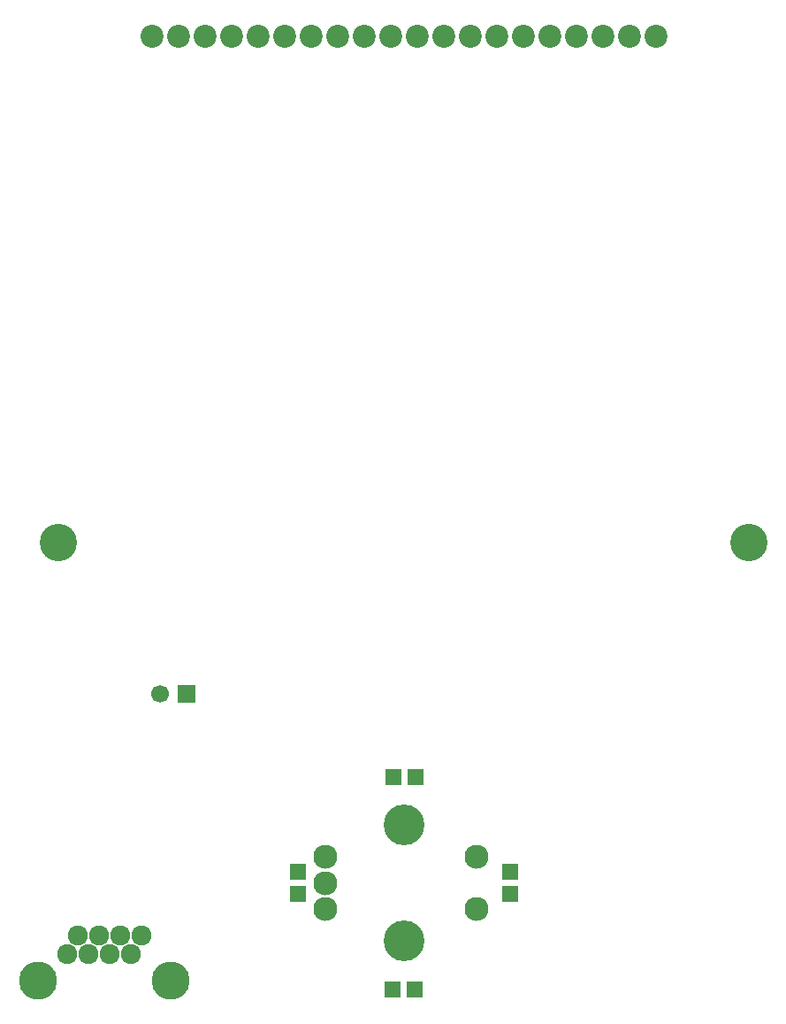
<source format=gbr>
G04 #@! TF.FileFunction,Soldermask,Bot*
%FSLAX46Y46*%
G04 Gerber Fmt 4.6, Leading zero omitted, Abs format (unit mm)*
G04 Created by KiCad (PCBNEW 4.0.2+dfsg1-stable) date Thu 23 Aug 2018 11:31:02 AM EDT*
%MOMM*%
G01*
G04 APERTURE LIST*
%ADD10C,0.100000*%
%ADD11C,3.575000*%
%ADD12C,1.700000*%
%ADD13R,1.700000X1.700000*%
%ADD14C,2.200000*%
%ADD15R,1.598880X1.598880*%
%ADD16C,2.300000*%
%ADD17C,3.900000*%
%ADD18C,3.651200*%
%ADD19C,1.924000*%
G04 APERTURE END LIST*
D10*
D11*
X65000000Y-102000000D03*
X131054000Y-102000000D03*
D12*
X74734929Y-116538373D03*
D13*
X77234929Y-116538373D03*
D14*
X122174000Y-53594000D03*
X119634000Y-53594000D03*
X117094000Y-53594000D03*
X114554000Y-53594000D03*
X112014000Y-53594000D03*
X109474000Y-53594000D03*
X106934000Y-53594000D03*
X104394000Y-53594000D03*
X101854000Y-53594000D03*
X99314000Y-53594000D03*
X96774000Y-53594000D03*
X94234000Y-53594000D03*
X91694000Y-53594000D03*
X89154000Y-53594000D03*
X86614000Y-53594000D03*
X84074000Y-53594000D03*
X81534000Y-53594000D03*
X78994000Y-53594000D03*
X76454000Y-53594000D03*
X73914000Y-53594000D03*
D15*
X87884000Y-133570980D03*
X87884000Y-135669020D03*
X96994980Y-144780000D03*
X99093020Y-144780000D03*
X108204000Y-133570980D03*
X108204000Y-135669020D03*
X99126040Y-124460000D03*
X97028000Y-124460000D03*
D16*
X105044000Y-132120000D03*
X105044000Y-137120000D03*
X90544000Y-132120000D03*
X90544000Y-134620000D03*
X90544000Y-137120000D03*
D17*
X98044000Y-140170000D03*
X98044000Y-129070000D03*
D18*
X75692000Y-143941800D03*
X62992000Y-143941800D03*
D19*
X71882000Y-141401800D03*
X69850000Y-141401800D03*
X67818000Y-141401800D03*
X65786000Y-141401800D03*
X72898000Y-139623800D03*
X70866000Y-139623800D03*
X68834000Y-139623800D03*
X66802000Y-139623800D03*
M02*

</source>
